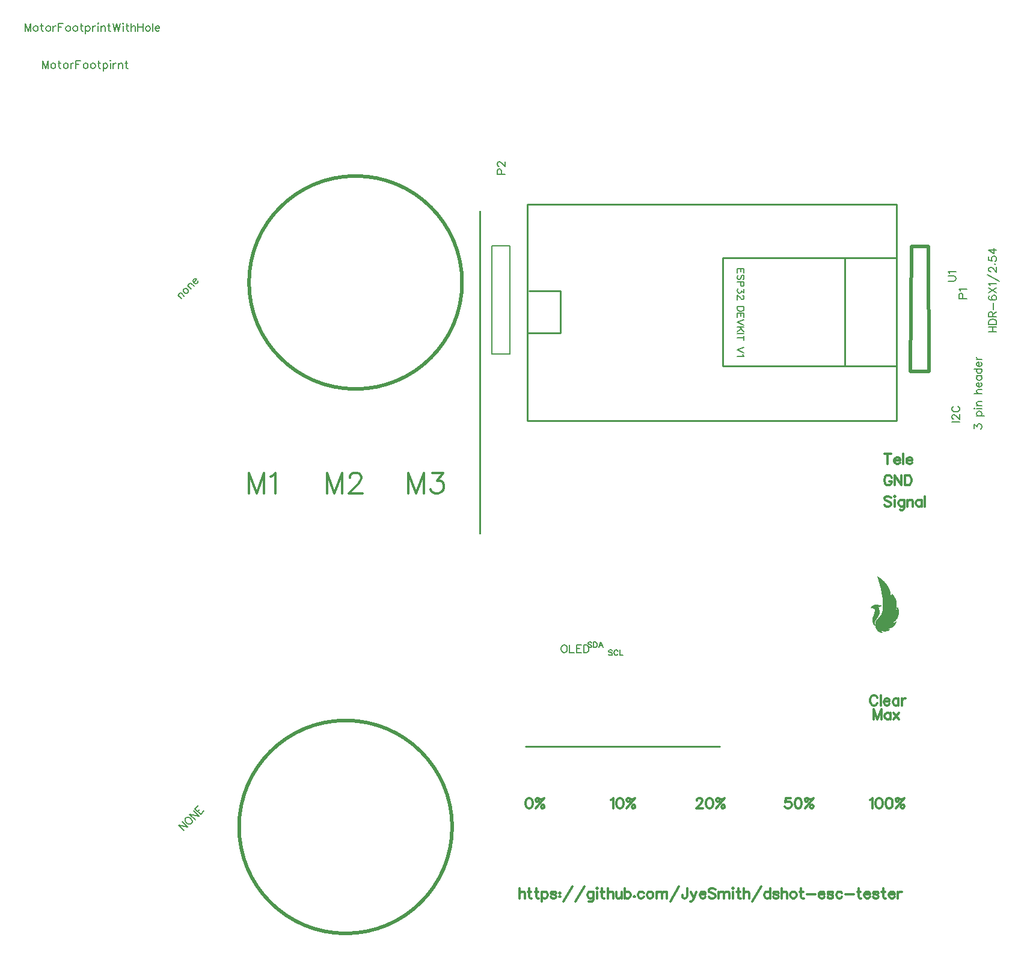
<source format=gto>
G04 Layer: TopSilkLayer*
G04 EasyEDA v6.1.48, Wed, 22 May 2019 01:04:44 GMT*
G04 0b5e94fe1834435c81e6262c9c592282,60a67b2131f5436da047494d80ae1115,10*
G04 Gerber Generator version 0.2*
G04 Scale: 100 percent, Rotated: No, Reflected: No *
G04 Dimensions in millimeters *
G04 leading zeros omitted , absolute positions ,3 integer and 3 decimal *
%FSLAX33Y33*%
%MOMM*%
G90*
G71D02*

%ADD10C,0.254000*%
%ADD11C,0.499999*%
%ADD23C,0.203200*%
%ADD24C,0.202999*%
%ADD25C,0.299999*%
%ADD26C,0.177800*%
%ADD27C,0.152400*%

%LPD*%

%LPD*%
G36*
G01X90997Y47111D02*
G01X90979Y47116D01*
G01X90972Y47108D01*
G01X90974Y47085D01*
G01X90983Y47048D01*
G01X91000Y46999D01*
G01X91019Y46947D01*
G01X91059Y46837D01*
G01X91078Y46782D01*
G01X91097Y46726D01*
G01X91116Y46668D01*
G01X91136Y46610D01*
G01X91155Y46552D01*
G01X91174Y46493D01*
G01X91193Y46433D01*
G01X91211Y46372D01*
G01X91230Y46312D01*
G01X91248Y46250D01*
G01X91285Y46126D01*
G01X91321Y46000D01*
G01X91338Y45937D01*
G01X91356Y45873D01*
G01X91372Y45809D01*
G01X91390Y45744D01*
G01X91406Y45679D01*
G01X91423Y45615D01*
G01X91456Y45484D01*
G01X91472Y45419D01*
G01X91487Y45354D01*
G01X91502Y45288D01*
G01X91532Y45158D01*
G01X91547Y45092D01*
G01X91561Y45027D01*
G01X91588Y44897D01*
G01X91615Y44768D01*
G01X91627Y44704D01*
G01X91640Y44640D01*
G01X91663Y44513D01*
G01X91685Y44387D01*
G01X91706Y44263D01*
G01X91715Y44202D01*
G01X91734Y44081D01*
G01X91742Y44022D01*
G01X91748Y43972D01*
G01X91754Y43919D01*
G01X91760Y43862D01*
G01X91765Y43802D01*
G01X91770Y43740D01*
G01X91774Y43674D01*
G01X91778Y43607D01*
G01X91781Y43539D01*
G01X91784Y43469D01*
G01X91787Y43398D01*
G01X91789Y43325D01*
G01X91791Y43253D01*
G01X91793Y43108D01*
G01X91793Y42964D01*
G01X91792Y42894D01*
G01X91791Y42825D01*
G01X91789Y42758D01*
G01X91787Y42693D01*
G01X91784Y42630D01*
G01X91781Y42570D01*
G01X91778Y42513D01*
G01X91774Y42459D01*
G01X91770Y42409D01*
G01X91765Y42362D01*
G01X91759Y42321D01*
G01X91753Y42283D01*
G01X91742Y42222D01*
G01X91730Y42163D01*
G01X91717Y42107D01*
G01X91703Y42053D01*
G01X91688Y42002D01*
G01X91672Y41952D01*
G01X91654Y41904D01*
G01X91635Y41857D01*
G01X91613Y41811D01*
G01X91590Y41765D01*
G01X91564Y41720D01*
G01X91537Y41674D01*
G01X91507Y41629D01*
G01X91474Y41582D01*
G01X91438Y41535D01*
G01X91400Y41486D01*
G01X91358Y41436D01*
G01X91314Y41384D01*
G01X91265Y41330D01*
G01X91213Y41273D01*
G01X91146Y41200D01*
G01X91087Y41132D01*
G01X91034Y41069D01*
G01X90986Y41009D01*
G01X90944Y40952D01*
G01X90906Y40896D01*
G01X90873Y40841D01*
G01X90843Y40785D01*
G01X90816Y40730D01*
G01X90792Y40672D01*
G01X90769Y40611D01*
G01X90748Y40546D01*
G01X90731Y40485D01*
G01X90719Y40422D01*
G01X90712Y40357D01*
G01X90708Y40290D01*
G01X90709Y40221D01*
G01X90714Y40151D01*
G01X90724Y40079D01*
G01X90737Y40006D01*
G01X90756Y39931D01*
G01X90779Y39856D01*
G01X90805Y39779D01*
G01X90836Y39702D01*
G01X90862Y39647D01*
G01X90893Y39593D01*
G01X90929Y39540D01*
G01X90968Y39489D01*
G01X91011Y39440D01*
G01X91057Y39393D01*
G01X91106Y39349D01*
G01X91157Y39308D01*
G01X91210Y39270D01*
G01X91265Y39235D01*
G01X91321Y39205D01*
G01X91378Y39178D01*
G01X91435Y39156D01*
G01X91492Y39139D01*
G01X91549Y39126D01*
G01X91605Y39119D01*
G01X91664Y39116D01*
G01X91716Y39117D01*
G01X91756Y39122D01*
G01X91779Y39129D01*
G01X91790Y39139D01*
G01X91798Y39147D01*
G01X91801Y39155D01*
G01X91800Y39159D01*
G01X91685Y39250D01*
G01X91609Y39313D01*
G01X91567Y39350D01*
G01X91557Y39365D01*
G01X91569Y39365D01*
G01X91595Y39360D01*
G01X91633Y39351D01*
G01X91677Y39338D01*
G01X91741Y39323D01*
G01X91826Y39312D01*
G01X91926Y39305D01*
G01X92037Y39302D01*
G01X92112Y39302D01*
G01X92173Y39303D01*
G01X92225Y39306D01*
G01X92271Y39311D01*
G01X92313Y39318D01*
G01X92355Y39329D01*
G01X92400Y39342D01*
G01X92450Y39360D01*
G01X92511Y39384D01*
G01X92575Y39415D01*
G01X92639Y39448D01*
G01X92699Y39483D01*
G01X92752Y39518D01*
G01X92793Y39550D01*
G01X92821Y39576D01*
G01X92831Y39595D01*
G01X92816Y39605D01*
G01X92775Y39616D01*
G01X92715Y39629D01*
G01X92567Y39651D01*
G01X92505Y39661D01*
G01X92462Y39669D01*
G01X92444Y39673D01*
G01X92452Y39678D01*
G01X92476Y39683D01*
G01X92514Y39689D01*
G01X92562Y39696D01*
G01X92627Y39705D01*
G01X92697Y39719D01*
G01X92770Y39736D01*
G01X92844Y39756D01*
G01X92917Y39778D01*
G01X92987Y39802D01*
G01X93052Y39826D01*
G01X93109Y39852D01*
G01X93159Y39879D01*
G01X93209Y39914D01*
G01X93260Y39955D01*
G01X93311Y40004D01*
G01X93362Y40060D01*
G01X93412Y40121D01*
G01X93461Y40188D01*
G01X93509Y40260D01*
G01X93547Y40323D01*
G01X93585Y40394D01*
G01X93623Y40470D01*
G01X93658Y40544D01*
G01X93688Y40612D01*
G01X93711Y40669D01*
G01X93724Y40711D01*
G01X93726Y40733D01*
G01X93702Y40727D01*
G01X93644Y40701D01*
G01X93560Y40658D01*
G01X93460Y40604D01*
G01X93356Y40547D01*
G01X93260Y40496D01*
G01X93184Y40459D01*
G01X93138Y40440D01*
G01X93094Y40427D01*
G01X93090Y40433D01*
G01X93136Y40470D01*
G01X93245Y40548D01*
G01X93298Y40588D01*
G01X93352Y40631D01*
G01X93404Y40677D01*
G01X93455Y40725D01*
G01X93506Y40776D01*
G01X93555Y40828D01*
G01X93603Y40882D01*
G01X93649Y40937D01*
G01X93693Y40994D01*
G01X93736Y41051D01*
G01X93775Y41110D01*
G01X93812Y41168D01*
G01X93847Y41226D01*
G01X93879Y41285D01*
G01X93907Y41343D01*
G01X93933Y41400D01*
G01X93951Y41449D01*
G01X93968Y41501D01*
G01X93983Y41557D01*
G01X93997Y41616D01*
G01X94009Y41677D01*
G01X94020Y41740D01*
G01X94029Y41804D01*
G01X94037Y41869D01*
G01X94042Y41935D01*
G01X94046Y42000D01*
G01X94048Y42065D01*
G01X94048Y42129D01*
G01X94046Y42191D01*
G01X94042Y42251D01*
G01X94036Y42308D01*
G01X94028Y42362D01*
G01X94017Y42413D01*
G01X94003Y42469D01*
G01X93987Y42527D01*
G01X93968Y42585D01*
G01X93949Y42640D01*
G01X93930Y42688D01*
G01X93912Y42728D01*
G01X93896Y42757D01*
G01X93879Y42773D01*
G01X93864Y42762D01*
G01X93843Y42714D01*
G01X93811Y42622D01*
G01X93790Y42560D01*
G01X93766Y42494D01*
G01X93739Y42425D01*
G01X93710Y42353D01*
G01X93680Y42280D01*
G01X93648Y42207D01*
G01X93615Y42134D01*
G01X93582Y42064D01*
G01X93550Y41996D01*
G01X93518Y41933D01*
G01X93487Y41874D01*
G01X93457Y41822D01*
G01X93420Y41759D01*
G01X93389Y41708D01*
G01X93366Y41673D01*
G01X93355Y41660D01*
G01X93359Y41676D01*
G01X93375Y41718D01*
G01X93402Y41780D01*
G01X93437Y41856D01*
G01X93468Y41924D01*
G01X93497Y41991D01*
G01X93525Y42058D01*
G01X93550Y42125D01*
G01X93575Y42191D01*
G01X93597Y42257D01*
G01X93618Y42322D01*
G01X93637Y42388D01*
G01X93655Y42453D01*
G01X93671Y42519D01*
G01X93685Y42584D01*
G01X93698Y42649D01*
G01X93709Y42715D01*
G01X93719Y42780D01*
G01X93727Y42846D01*
G01X93734Y42912D01*
G01X93739Y42979D01*
G01X93742Y43045D01*
G01X93744Y43112D01*
G01X93745Y43179D01*
G01X93744Y43243D01*
G01X93742Y43305D01*
G01X93738Y43365D01*
G01X93733Y43424D01*
G01X93726Y43480D01*
G01X93718Y43536D01*
G01X93708Y43590D01*
G01X93696Y43643D01*
G01X93682Y43695D01*
G01X93666Y43747D01*
G01X93648Y43797D01*
G01X93628Y43848D01*
G01X93607Y43898D01*
G01X93583Y43948D01*
G01X93556Y43998D01*
G01X93528Y44048D01*
G01X93497Y44099D01*
G01X93464Y44150D01*
G01X93428Y44202D01*
G01X93390Y44254D01*
G01X93349Y44307D01*
G01X93305Y44362D01*
G01X93259Y44418D01*
G01X93209Y44475D01*
G01X93066Y44640D01*
G01X93066Y44154D01*
G01X93065Y44065D01*
G01X93065Y43985D01*
G01X93064Y43913D01*
G01X93062Y43847D01*
G01X93061Y43788D01*
G01X93058Y43734D01*
G01X93055Y43685D01*
G01X93051Y43640D01*
G01X93047Y43598D01*
G01X93042Y43560D01*
G01X93037Y43524D01*
G01X93031Y43490D01*
G01X93014Y43411D01*
G01X92992Y43322D01*
G01X92969Y43232D01*
G01X92945Y43145D01*
G01X92922Y43067D01*
G01X92902Y43006D01*
G01X92886Y42967D01*
G01X92877Y42956D01*
G01X92876Y42971D01*
G01X92878Y43007D01*
G01X92884Y43057D01*
G01X92893Y43117D01*
G01X92896Y43142D01*
G01X92899Y43176D01*
G01X92903Y43217D01*
G01X92907Y43266D01*
G01X92910Y43320D01*
G01X92913Y43380D01*
G01X92916Y43444D01*
G01X92919Y43511D01*
G01X92921Y43582D01*
G01X92924Y43654D01*
G01X92926Y43727D01*
G01X92927Y43800D01*
G01X92929Y43880D01*
G01X92929Y44104D01*
G01X92927Y44174D01*
G01X92925Y44242D01*
G01X92923Y44308D01*
G01X92919Y44373D01*
G01X92915Y44435D01*
G01X92910Y44496D01*
G01X92904Y44555D01*
G01X92897Y44613D01*
G01X92890Y44670D01*
G01X92882Y44725D01*
G01X92872Y44779D01*
G01X92862Y44832D01*
G01X92850Y44884D01*
G01X92838Y44935D01*
G01X92825Y44986D01*
G01X92811Y45035D01*
G01X92795Y45085D01*
G01X92761Y45181D01*
G01X92742Y45229D01*
G01X92722Y45277D01*
G01X92678Y45373D01*
G01X92654Y45421D01*
G01X92629Y45469D01*
G01X92603Y45518D01*
G01X92575Y45566D01*
G01X92546Y45616D01*
G01X92516Y45666D01*
G01X92484Y45717D01*
G01X92451Y45768D01*
G01X92416Y45821D01*
G01X92384Y45868D01*
G01X92350Y45915D01*
G01X92315Y45963D01*
G01X92278Y46011D01*
G01X92240Y46059D01*
G01X92200Y46107D01*
G01X92116Y46203D01*
G01X92028Y46299D01*
G01X91982Y46346D01*
G01X91935Y46393D01*
G01X91839Y46487D01*
G01X91790Y46533D01*
G01X91740Y46578D01*
G01X91638Y46666D01*
G01X91587Y46709D01*
G01X91535Y46751D01*
G01X91483Y46792D01*
G01X91431Y46832D01*
G01X91379Y46871D01*
G01X91326Y46908D01*
G01X91222Y46980D01*
G01X91170Y47014D01*
G01X91118Y47046D01*
G01X91071Y47073D01*
G01X91029Y47095D01*
G01X90997Y47111D01*
G37*

%LPD*%
G36*
G01X90800Y43056D02*
G01X90728Y43056D01*
G01X90665Y43053D01*
G01X90613Y43049D01*
G01X90574Y43043D01*
G01X90483Y43016D01*
G01X90397Y42982D01*
G01X90320Y42943D01*
G01X90256Y42901D01*
G01X90187Y42836D01*
G01X90120Y42756D01*
G01X90069Y42678D01*
G01X90049Y42625D01*
G01X90058Y42613D01*
G01X90088Y42602D01*
G01X90134Y42592D01*
G01X90198Y42584D01*
G01X90272Y42576D01*
G01X90336Y42566D01*
G01X90390Y42554D01*
G01X90438Y42540D01*
G01X90479Y42522D01*
G01X90515Y42502D01*
G01X90548Y42477D01*
G01X90578Y42448D01*
G01X90613Y42406D01*
G01X90634Y42368D01*
G01X90644Y42326D01*
G01X90646Y42270D01*
G01X90645Y42233D01*
G01X90642Y42194D01*
G01X90637Y42153D01*
G01X90629Y42108D01*
G01X90619Y42060D01*
G01X90606Y42007D01*
G01X90590Y41949D01*
G01X90571Y41885D01*
G01X90548Y41815D01*
G01X90522Y41736D01*
G01X90492Y41650D01*
G01X90458Y41555D01*
G01X90433Y41483D01*
G01X90408Y41410D01*
G01X90385Y41339D01*
G01X90364Y41272D01*
G01X90346Y41210D01*
G01X90331Y41156D01*
G01X90319Y41111D01*
G01X90312Y41077D01*
G01X90306Y41029D01*
G01X90303Y40981D01*
G01X90302Y40931D01*
G01X90304Y40880D01*
G01X90309Y40828D01*
G01X90317Y40775D01*
G01X90327Y40722D01*
G01X90341Y40668D01*
G01X90356Y40612D01*
G01X90376Y40557D01*
G01X90397Y40500D01*
G01X90421Y40443D01*
G01X90448Y40385D01*
G01X90478Y40326D01*
G01X90511Y40267D01*
G01X90546Y40208D01*
G01X90581Y40152D01*
G01X90612Y40106D01*
G01X90636Y40075D01*
G01X90649Y40064D01*
G01X90653Y40078D01*
G01X90655Y40117D01*
G01X90655Y40176D01*
G01X90652Y40247D01*
G01X90649Y40310D01*
G01X90649Y40369D01*
G01X90652Y40427D01*
G01X90657Y40483D01*
G01X90665Y40538D01*
G01X90676Y40592D01*
G01X90690Y40645D01*
G01X90707Y40699D01*
G01X90728Y40752D01*
G01X90752Y40806D01*
G01X90780Y40861D01*
G01X90812Y40918D01*
G01X90847Y40976D01*
G01X90886Y41036D01*
G01X90930Y41099D01*
G01X91025Y41230D01*
G01X91070Y41294D01*
G01X91111Y41356D01*
G01X91148Y41417D01*
G01X91182Y41477D01*
G01X91213Y41535D01*
G01X91240Y41593D01*
G01X91265Y41650D01*
G01X91286Y41706D01*
G01X91303Y41761D01*
G01X91318Y41816D01*
G01X91329Y41872D01*
G01X91338Y41926D01*
G01X91343Y41981D01*
G01X91346Y42036D01*
G01X91346Y42092D01*
G01X91342Y42148D01*
G01X91336Y42204D01*
G01X91328Y42262D01*
G01X91316Y42320D01*
G01X91299Y42385D01*
G01X91276Y42456D01*
G01X91251Y42528D01*
G01X91225Y42589D01*
G01X91164Y42719D01*
G01X91263Y42734D01*
G01X91331Y42748D01*
G01X91399Y42772D01*
G01X91463Y42803D01*
G01X91521Y42838D01*
G01X91568Y42874D01*
G01X91599Y42909D01*
G01X91613Y42941D01*
G01X91604Y42967D01*
G01X91585Y42978D01*
G01X91551Y42988D01*
G01X91504Y42999D01*
G01X91444Y43009D01*
G01X91375Y43018D01*
G01X91299Y43027D01*
G01X91218Y43035D01*
G01X91133Y43042D01*
G01X91047Y43048D01*
G01X90961Y43052D01*
G01X90878Y43055D01*
G01X90800Y43056D01*
G37*

%LPD*%
G54D11*
G01X95801Y93500D02*
G01X95700Y75900D01*
G01X98300Y75900D01*
G01X98198Y93500D01*
G01X95801Y93500D01*
G54D10*
G01X41499Y23063D02*
G01X68499Y23063D01*
G01X68499Y23063D02*
G01X68799Y23063D01*
G01X69279Y91920D02*
G01X69279Y76680D01*
G01X93750Y76680D01*
G01X93750Y91920D01*
G01X69279Y91920D01*
G01X86424Y76680D02*
G01X86424Y91920D01*
G01X41750Y99500D02*
G01X93749Y99500D01*
G01X41750Y69000D02*
G01X41750Y99500D01*
G01X93749Y69000D02*
G01X93749Y99500D01*
G01X41750Y69000D02*
G01X93749Y69000D01*
G01X42000Y87250D02*
G01X46375Y87250D01*
G01X46375Y81375D01*
G01X41750Y81375D01*
G54D23*
G01X36730Y80285D02*
G01X36730Y78380D01*
G01X39270Y78380D01*
G01X39270Y93620D01*
G01X36730Y93620D01*
G54D24*
G01X36730Y93620D02*
G01X36730Y80285D01*
G54D25*
G01X40600Y3125D02*
G01X40600Y1695D01*
G01X40600Y2376D02*
G01X40805Y2582D01*
G01X40942Y2648D01*
G01X41146Y2648D01*
G01X41283Y2582D01*
G01X41351Y2376D01*
G01X41351Y1695D01*
G01X42004Y3125D02*
G01X42004Y1967D01*
G01X42073Y1761D01*
G01X42210Y1695D01*
G01X42347Y1695D01*
G01X41801Y2648D02*
G01X42278Y2648D01*
G01X43000Y3125D02*
G01X43000Y1967D01*
G01X43068Y1761D01*
G01X43206Y1695D01*
G01X43340Y1695D01*
G01X42797Y2648D02*
G01X43274Y2648D01*
G01X43792Y2648D02*
G01X43792Y1218D01*
G01X43792Y2445D02*
G01X43927Y2582D01*
G01X44064Y2648D01*
G01X44270Y2648D01*
G01X44404Y2582D01*
G01X44542Y2445D01*
G01X44610Y2239D01*
G01X44610Y2104D01*
G01X44542Y1899D01*
G01X44404Y1761D01*
G01X44270Y1695D01*
G01X44064Y1695D01*
G01X43927Y1761D01*
G01X43792Y1899D01*
G01X45809Y2445D02*
G01X45740Y2582D01*
G01X45537Y2648D01*
G01X45332Y2648D01*
G01X45128Y2582D01*
G01X45060Y2445D01*
G01X45128Y2307D01*
G01X45263Y2239D01*
G01X45606Y2170D01*
G01X45740Y2104D01*
G01X45809Y1967D01*
G01X45809Y1899D01*
G01X45740Y1761D01*
G01X45537Y1695D01*
G01X45332Y1695D01*
G01X45128Y1761D01*
G01X45060Y1899D01*
G01X46327Y2513D02*
G01X46259Y2445D01*
G01X46327Y2376D01*
G01X46396Y2445D01*
G01X46327Y2513D01*
G01X46327Y2036D02*
G01X46259Y1967D01*
G01X46327Y1899D01*
G01X46396Y1967D01*
G01X46327Y2036D01*
G01X48072Y3400D02*
G01X46845Y1218D01*
G01X49751Y3400D02*
G01X48524Y1218D01*
G01X51019Y2648D02*
G01X51019Y1558D01*
G01X50950Y1352D01*
G01X50881Y1286D01*
G01X50747Y1218D01*
G01X50541Y1218D01*
G01X50404Y1286D01*
G01X51019Y2445D02*
G01X50881Y2582D01*
G01X50747Y2648D01*
G01X50541Y2648D01*
G01X50404Y2582D01*
G01X50269Y2445D01*
G01X50201Y2239D01*
G01X50201Y2104D01*
G01X50269Y1899D01*
G01X50404Y1761D01*
G01X50541Y1695D01*
G01X50747Y1695D01*
G01X50881Y1761D01*
G01X51019Y1899D01*
G01X51468Y3125D02*
G01X51537Y3057D01*
G01X51605Y3125D01*
G01X51537Y3194D01*
G01X51468Y3125D01*
G01X51537Y2648D02*
G01X51537Y1695D01*
G01X52261Y3125D02*
G01X52261Y1967D01*
G01X52327Y1761D01*
G01X52464Y1695D01*
G01X52601Y1695D01*
G01X52055Y2648D02*
G01X52532Y2648D01*
G01X53051Y3125D02*
G01X53051Y1695D01*
G01X53051Y2376D02*
G01X53254Y2582D01*
G01X53391Y2648D01*
G01X53597Y2648D01*
G01X53731Y2582D01*
G01X53800Y2376D01*
G01X53800Y1695D01*
G01X54249Y2648D02*
G01X54249Y1967D01*
G01X54318Y1761D01*
G01X54455Y1695D01*
G01X54658Y1695D01*
G01X54796Y1761D01*
G01X55001Y1967D01*
G01X55001Y2648D02*
G01X55001Y1695D01*
G01X55451Y3125D02*
G01X55451Y1695D01*
G01X55451Y2445D02*
G01X55586Y2582D01*
G01X55723Y2648D01*
G01X55928Y2648D01*
G01X56063Y2582D01*
G01X56200Y2445D01*
G01X56269Y2239D01*
G01X56269Y2104D01*
G01X56200Y1899D01*
G01X56063Y1761D01*
G01X55928Y1695D01*
G01X55723Y1695D01*
G01X55586Y1761D01*
G01X55451Y1899D01*
G01X56787Y2036D02*
G01X56718Y1967D01*
G01X56787Y1899D01*
G01X56856Y1967D01*
G01X56787Y2036D01*
G01X58123Y2445D02*
G01X57986Y2582D01*
G01X57851Y2648D01*
G01X57645Y2648D01*
G01X57508Y2582D01*
G01X57374Y2445D01*
G01X57305Y2239D01*
G01X57305Y2104D01*
G01X57374Y1899D01*
G01X57508Y1761D01*
G01X57645Y1695D01*
G01X57851Y1695D01*
G01X57986Y1761D01*
G01X58123Y1899D01*
G01X58913Y2648D02*
G01X58778Y2582D01*
G01X58641Y2445D01*
G01X58573Y2239D01*
G01X58573Y2104D01*
G01X58641Y1899D01*
G01X58778Y1761D01*
G01X58913Y1695D01*
G01X59119Y1695D01*
G01X59256Y1761D01*
G01X59390Y1899D01*
G01X59459Y2104D01*
G01X59459Y2239D01*
G01X59390Y2445D01*
G01X59256Y2582D01*
G01X59119Y2648D01*
G01X58913Y2648D01*
G01X59909Y2648D02*
G01X59909Y1695D01*
G01X59909Y2376D02*
G01X60114Y2582D01*
G01X60252Y2648D01*
G01X60455Y2648D01*
G01X60592Y2582D01*
G01X60660Y2376D01*
G01X60660Y1695D01*
G01X60660Y2376D02*
G01X60864Y2582D01*
G01X61001Y2648D01*
G01X61204Y2648D01*
G01X61341Y2582D01*
G01X61410Y2376D01*
G01X61410Y1695D01*
G01X63086Y3400D02*
G01X61859Y1218D01*
G01X64219Y3125D02*
G01X64219Y2036D01*
G01X64150Y1830D01*
G01X64082Y1761D01*
G01X63945Y1695D01*
G01X63810Y1695D01*
G01X63673Y1761D01*
G01X63604Y1830D01*
G01X63536Y2036D01*
G01X63536Y2170D01*
G01X64737Y2648D02*
G01X65146Y1695D01*
G01X65555Y2648D02*
G01X65146Y1695D01*
G01X65009Y1421D01*
G01X64874Y1286D01*
G01X64737Y1218D01*
G01X64669Y1218D01*
G01X66005Y2239D02*
G01X66822Y2239D01*
G01X66822Y2376D01*
G01X66754Y2513D01*
G01X66688Y2582D01*
G01X66551Y2648D01*
G01X66345Y2648D01*
G01X66210Y2582D01*
G01X66073Y2445D01*
G01X66005Y2239D01*
G01X66005Y2104D01*
G01X66073Y1899D01*
G01X66210Y1761D01*
G01X66345Y1695D01*
G01X66551Y1695D01*
G01X66688Y1761D01*
G01X66822Y1899D01*
G01X68227Y2922D02*
G01X68092Y3057D01*
G01X67887Y3125D01*
G01X67615Y3125D01*
G01X67409Y3057D01*
G01X67272Y2922D01*
G01X67272Y2785D01*
G01X67341Y2648D01*
G01X67409Y2582D01*
G01X67546Y2513D01*
G01X67955Y2376D01*
G01X68092Y2307D01*
G01X68159Y2239D01*
G01X68227Y2104D01*
G01X68227Y1899D01*
G01X68092Y1761D01*
G01X67887Y1695D01*
G01X67615Y1695D01*
G01X67409Y1761D01*
G01X67272Y1899D01*
G01X68677Y2648D02*
G01X68677Y1695D01*
G01X68677Y2376D02*
G01X68882Y2582D01*
G01X69020Y2648D01*
G01X69223Y2648D01*
G01X69360Y2582D01*
G01X69429Y2376D01*
G01X69429Y1695D01*
G01X69429Y2376D02*
G01X69632Y2582D01*
G01X69769Y2648D01*
G01X69972Y2648D01*
G01X70109Y2582D01*
G01X70178Y2376D01*
G01X70178Y1695D01*
G01X70627Y3125D02*
G01X70696Y3057D01*
G01X70765Y3125D01*
G01X70696Y3194D01*
G01X70627Y3125D01*
G01X70696Y2648D02*
G01X70696Y1695D01*
G01X71417Y3125D02*
G01X71417Y1967D01*
G01X71486Y1761D01*
G01X71623Y1695D01*
G01X71760Y1695D01*
G01X71214Y2648D02*
G01X71692Y2648D01*
G01X72210Y3125D02*
G01X72210Y1695D01*
G01X72210Y2376D02*
G01X72413Y2582D01*
G01X72550Y2648D01*
G01X72756Y2648D01*
G01X72891Y2582D01*
G01X72959Y2376D01*
G01X72959Y1695D01*
G01X74636Y3400D02*
G01X73409Y1218D01*
G01X75906Y3125D02*
G01X75906Y1695D01*
G01X75906Y2445D02*
G01X75768Y2582D01*
G01X75631Y2648D01*
G01X75428Y2648D01*
G01X75291Y2582D01*
G01X75154Y2445D01*
G01X75088Y2239D01*
G01X75088Y2104D01*
G01X75154Y1899D01*
G01X75291Y1761D01*
G01X75428Y1695D01*
G01X75631Y1695D01*
G01X75768Y1761D01*
G01X75906Y1899D01*
G01X77104Y2445D02*
G01X77036Y2582D01*
G01X76833Y2648D01*
G01X76627Y2648D01*
G01X76424Y2582D01*
G01X76355Y2445D01*
G01X76424Y2307D01*
G01X76558Y2239D01*
G01X76901Y2170D01*
G01X77036Y2104D01*
G01X77104Y1967D01*
G01X77104Y1899D01*
G01X77036Y1761D01*
G01X76833Y1695D01*
G01X76627Y1695D01*
G01X76424Y1761D01*
G01X76355Y1899D01*
G01X77554Y3125D02*
G01X77554Y1695D01*
G01X77554Y2376D02*
G01X77760Y2582D01*
G01X77897Y2648D01*
G01X78100Y2648D01*
G01X78237Y2582D01*
G01X78306Y2376D01*
G01X78306Y1695D01*
G01X79096Y2648D02*
G01X78959Y2582D01*
G01X78824Y2445D01*
G01X78755Y2239D01*
G01X78755Y2104D01*
G01X78824Y1899D01*
G01X78959Y1761D01*
G01X79096Y1695D01*
G01X79302Y1695D01*
G01X79436Y1761D01*
G01X79573Y1899D01*
G01X79642Y2104D01*
G01X79642Y2239D01*
G01X79573Y2445D01*
G01X79436Y2582D01*
G01X79302Y2648D01*
G01X79096Y2648D01*
G01X80295Y3125D02*
G01X80295Y1967D01*
G01X80363Y1761D01*
G01X80500Y1695D01*
G01X80638Y1695D01*
G01X80091Y2648D02*
G01X80569Y2648D01*
G01X81087Y2307D02*
G01X82314Y2307D01*
G01X82764Y2239D02*
G01X83581Y2239D01*
G01X83581Y2376D01*
G01X83513Y2513D01*
G01X83447Y2582D01*
G01X83310Y2648D01*
G01X83104Y2648D01*
G01X82969Y2582D01*
G01X82832Y2445D01*
G01X82764Y2239D01*
G01X82764Y2104D01*
G01X82832Y1899D01*
G01X82969Y1761D01*
G01X83104Y1695D01*
G01X83310Y1695D01*
G01X83447Y1761D01*
G01X83581Y1899D01*
G01X84783Y2445D02*
G01X84714Y2582D01*
G01X84509Y2648D01*
G01X84305Y2648D01*
G01X84100Y2582D01*
G01X84031Y2445D01*
G01X84100Y2307D01*
G01X84237Y2239D01*
G01X84577Y2170D01*
G01X84714Y2104D01*
G01X84783Y1967D01*
G01X84783Y1899D01*
G01X84714Y1761D01*
G01X84509Y1695D01*
G01X84305Y1695D01*
G01X84100Y1761D01*
G01X84031Y1899D01*
G01X86050Y2445D02*
G01X85913Y2582D01*
G01X85779Y2648D01*
G01X85573Y2648D01*
G01X85436Y2582D01*
G01X85301Y2445D01*
G01X85232Y2239D01*
G01X85232Y2104D01*
G01X85301Y1899D01*
G01X85436Y1761D01*
G01X85573Y1695D01*
G01X85779Y1695D01*
G01X85913Y1761D01*
G01X86050Y1899D01*
G01X86500Y2307D02*
G01X87727Y2307D01*
G01X88382Y3125D02*
G01X88382Y1967D01*
G01X88451Y1761D01*
G01X88588Y1695D01*
G01X88722Y1695D01*
G01X88179Y2648D02*
G01X88654Y2648D01*
G01X89172Y2239D02*
G01X89992Y2239D01*
G01X89992Y2376D01*
G01X89924Y2513D01*
G01X89855Y2582D01*
G01X89718Y2648D01*
G01X89515Y2648D01*
G01X89378Y2582D01*
G01X89241Y2445D01*
G01X89172Y2239D01*
G01X89172Y2104D01*
G01X89241Y1899D01*
G01X89378Y1761D01*
G01X89515Y1695D01*
G01X89718Y1695D01*
G01X89855Y1761D01*
G01X89992Y1899D01*
G01X91191Y2445D02*
G01X91123Y2582D01*
G01X90919Y2648D01*
G01X90714Y2648D01*
G01X90511Y2582D01*
G01X90442Y2445D01*
G01X90511Y2307D01*
G01X90645Y2239D01*
G01X90986Y2170D01*
G01X91123Y2104D01*
G01X91191Y1967D01*
G01X91191Y1899D01*
G01X91123Y1761D01*
G01X90919Y1695D01*
G01X90714Y1695D01*
G01X90511Y1761D01*
G01X90442Y1899D01*
G01X91847Y3125D02*
G01X91847Y1967D01*
G01X91915Y1761D01*
G01X92050Y1695D01*
G01X92187Y1695D01*
G01X91641Y2648D02*
G01X92118Y2648D01*
G01X92637Y2239D02*
G01X93454Y2239D01*
G01X93454Y2376D01*
G01X93386Y2513D01*
G01X93320Y2582D01*
G01X93183Y2648D01*
G01X92977Y2648D01*
G01X92842Y2582D01*
G01X92705Y2445D01*
G01X92637Y2239D01*
G01X92637Y2104D01*
G01X92705Y1899D01*
G01X92842Y1761D01*
G01X92977Y1695D01*
G01X93183Y1695D01*
G01X93320Y1761D01*
G01X93454Y1899D01*
G01X93904Y2648D02*
G01X93904Y1695D01*
G01X93904Y2239D02*
G01X93973Y2445D01*
G01X94110Y2582D01*
G01X94247Y2648D01*
G01X94450Y2648D01*
G54D26*
G01X-29000Y124948D02*
G01X-29000Y123856D01*
G01X-29000Y124948D02*
G01X-28583Y123856D01*
G01X-28167Y124948D02*
G01X-28583Y123856D01*
G01X-28167Y124948D02*
G01X-28167Y123856D01*
G01X-27565Y124585D02*
G01X-27669Y124532D01*
G01X-27773Y124428D01*
G01X-27824Y124273D01*
G01X-27824Y124169D01*
G01X-27773Y124014D01*
G01X-27669Y123910D01*
G01X-27565Y123856D01*
G01X-27410Y123856D01*
G01X-27306Y123910D01*
G01X-27202Y124014D01*
G01X-27151Y124169D01*
G01X-27151Y124273D01*
G01X-27202Y124428D01*
G01X-27306Y124532D01*
G01X-27410Y124585D01*
G01X-27565Y124585D01*
G01X-26651Y124948D02*
G01X-26651Y124065D01*
G01X-26600Y123910D01*
G01X-26496Y123856D01*
G01X-26391Y123856D01*
G01X-26808Y124585D02*
G01X-26442Y124585D01*
G01X-25789Y124585D02*
G01X-25894Y124532D01*
G01X-25995Y124428D01*
G01X-26049Y124273D01*
G01X-26049Y124169D01*
G01X-25995Y124014D01*
G01X-25894Y123910D01*
G01X-25789Y123856D01*
G01X-25632Y123856D01*
G01X-25528Y123910D01*
G01X-25424Y124014D01*
G01X-25373Y124169D01*
G01X-25373Y124273D01*
G01X-25424Y124428D01*
G01X-25528Y124532D01*
G01X-25632Y124585D01*
G01X-25789Y124585D01*
G01X-25030Y124585D02*
G01X-25030Y123856D01*
G01X-25030Y124273D02*
G01X-24979Y124428D01*
G01X-24875Y124532D01*
G01X-24771Y124585D01*
G01X-24613Y124585D01*
G01X-24271Y124948D02*
G01X-24271Y123856D01*
G01X-24271Y124948D02*
G01X-23595Y124948D01*
G01X-24271Y124428D02*
G01X-23857Y124428D01*
G01X-22993Y124585D02*
G01X-23097Y124532D01*
G01X-23201Y124428D01*
G01X-23252Y124273D01*
G01X-23252Y124169D01*
G01X-23201Y124014D01*
G01X-23097Y123910D01*
G01X-22993Y123856D01*
G01X-22838Y123856D01*
G01X-22734Y123910D01*
G01X-22630Y124014D01*
G01X-22579Y124169D01*
G01X-22579Y124273D01*
G01X-22630Y124428D01*
G01X-22734Y124532D01*
G01X-22838Y124585D01*
G01X-22993Y124585D01*
G01X-21974Y124585D02*
G01X-22079Y124532D01*
G01X-22183Y124428D01*
G01X-22236Y124273D01*
G01X-22236Y124169D01*
G01X-22183Y124014D01*
G01X-22079Y123910D01*
G01X-21974Y123856D01*
G01X-21819Y123856D01*
G01X-21715Y123910D01*
G01X-21611Y124014D01*
G01X-21560Y124169D01*
G01X-21560Y124273D01*
G01X-21611Y124428D01*
G01X-21715Y124532D01*
G01X-21819Y124585D01*
G01X-21974Y124585D01*
G01X-21060Y124948D02*
G01X-21060Y124065D01*
G01X-21009Y123910D01*
G01X-20905Y123856D01*
G01X-20801Y123856D01*
G01X-21217Y124585D02*
G01X-20852Y124585D01*
G01X-20458Y124585D02*
G01X-20458Y123493D01*
G01X-20458Y124428D02*
G01X-20354Y124532D01*
G01X-20250Y124585D01*
G01X-20095Y124585D01*
G01X-19991Y124532D01*
G01X-19887Y124428D01*
G01X-19836Y124273D01*
G01X-19836Y124169D01*
G01X-19887Y124014D01*
G01X-19991Y123910D01*
G01X-20095Y123856D01*
G01X-20250Y123856D01*
G01X-20354Y123910D01*
G01X-20458Y124014D01*
G01X-19493Y124585D02*
G01X-19493Y123856D01*
G01X-19493Y124273D02*
G01X-19439Y124428D01*
G01X-19335Y124532D01*
G01X-19231Y124585D01*
G01X-19076Y124585D01*
G01X-18733Y124948D02*
G01X-18680Y124895D01*
G01X-18629Y124948D01*
G01X-18680Y124999D01*
G01X-18733Y124948D01*
G01X-18680Y124585D02*
G01X-18680Y123856D01*
G01X-18286Y124585D02*
G01X-18286Y123856D01*
G01X-18286Y124377D02*
G01X-18131Y124532D01*
G01X-18027Y124585D01*
G01X-17870Y124585D01*
G01X-17766Y124532D01*
G01X-17715Y124377D01*
G01X-17715Y123856D01*
G01X-17217Y124948D02*
G01X-17217Y124065D01*
G01X-17164Y123910D01*
G01X-17060Y123856D01*
G01X-16955Y123856D01*
G01X-17372Y124585D02*
G01X-17009Y124585D01*
G01X-16612Y124948D02*
G01X-16353Y123856D01*
G01X-16094Y124948D02*
G01X-16353Y123856D01*
G01X-16094Y124948D02*
G01X-15835Y123856D01*
G01X-15574Y124948D02*
G01X-15835Y123856D01*
G01X-15231Y124948D02*
G01X-15180Y124895D01*
G01X-15127Y124948D01*
G01X-15180Y124999D01*
G01X-15231Y124948D01*
G01X-15180Y124585D02*
G01X-15180Y123856D01*
G01X-14629Y124948D02*
G01X-14629Y124065D01*
G01X-14578Y123910D01*
G01X-14474Y123856D01*
G01X-14370Y123856D01*
G01X-14784Y124585D02*
G01X-14420Y124585D01*
G01X-14027Y124948D02*
G01X-14027Y123856D01*
G01X-14027Y124377D02*
G01X-13869Y124532D01*
G01X-13765Y124585D01*
G01X-13610Y124585D01*
G01X-13506Y124532D01*
G01X-13455Y124377D01*
G01X-13455Y123856D01*
G01X-13112Y124948D02*
G01X-13112Y123856D01*
G01X-12383Y124948D02*
G01X-12383Y123856D01*
G01X-13112Y124428D02*
G01X-12383Y124428D01*
G01X-11781Y124585D02*
G01X-11886Y124532D01*
G01X-11990Y124428D01*
G01X-12040Y124273D01*
G01X-12040Y124169D01*
G01X-11990Y124014D01*
G01X-11886Y123910D01*
G01X-11781Y123856D01*
G01X-11626Y123856D01*
G01X-11522Y123910D01*
G01X-11418Y124014D01*
G01X-11365Y124169D01*
G01X-11365Y124273D01*
G01X-11418Y124428D01*
G01X-11522Y124532D01*
G01X-11626Y124585D01*
G01X-11781Y124585D01*
G01X-11022Y124948D02*
G01X-11022Y123856D01*
G01X-10679Y124273D02*
G01X-10057Y124273D01*
G01X-10057Y124377D01*
G01X-10108Y124481D01*
G01X-10161Y124532D01*
G01X-10265Y124585D01*
G01X-10420Y124585D01*
G01X-10524Y124532D01*
G01X-10628Y124428D01*
G01X-10679Y124273D01*
G01X-10679Y124169D01*
G01X-10628Y124014D01*
G01X-10524Y123910D01*
G01X-10420Y123856D01*
G01X-10265Y123856D01*
G01X-10161Y123910D01*
G01X-10057Y124014D01*
G01X-26540Y119713D02*
G01X-26540Y118621D01*
G01X-26540Y119713D02*
G01X-26124Y118621D01*
G01X-25710Y119713D02*
G01X-26124Y118621D01*
G01X-25710Y119713D02*
G01X-25710Y118621D01*
G01X-25105Y119350D02*
G01X-25209Y119297D01*
G01X-25313Y119193D01*
G01X-25367Y119038D01*
G01X-25367Y118934D01*
G01X-25313Y118779D01*
G01X-25209Y118674D01*
G01X-25105Y118621D01*
G01X-24950Y118621D01*
G01X-24846Y118674D01*
G01X-24742Y118779D01*
G01X-24691Y118934D01*
G01X-24691Y119038D01*
G01X-24742Y119193D01*
G01X-24846Y119297D01*
G01X-24950Y119350D01*
G01X-25105Y119350D01*
G01X-24191Y119713D02*
G01X-24191Y118829D01*
G01X-24140Y118674D01*
G01X-24036Y118621D01*
G01X-23932Y118621D01*
G01X-24348Y119350D02*
G01X-23985Y119350D01*
G01X-23330Y119350D02*
G01X-23434Y119297D01*
G01X-23538Y119193D01*
G01X-23589Y119038D01*
G01X-23589Y118934D01*
G01X-23538Y118779D01*
G01X-23434Y118674D01*
G01X-23330Y118621D01*
G01X-23175Y118621D01*
G01X-23071Y118674D01*
G01X-22966Y118779D01*
G01X-22913Y118934D01*
G01X-22913Y119038D01*
G01X-22966Y119193D01*
G01X-23071Y119297D01*
G01X-23175Y119350D01*
G01X-23330Y119350D01*
G01X-22570Y119350D02*
G01X-22570Y118621D01*
G01X-22570Y119038D02*
G01X-22519Y119193D01*
G01X-22415Y119297D01*
G01X-22311Y119350D01*
G01X-22156Y119350D01*
G01X-21813Y119713D02*
G01X-21813Y118621D01*
G01X-21813Y119713D02*
G01X-21138Y119713D01*
G01X-21813Y119193D02*
G01X-21397Y119193D01*
G01X-20533Y119350D02*
G01X-20637Y119297D01*
G01X-20741Y119193D01*
G01X-20795Y119038D01*
G01X-20795Y118934D01*
G01X-20741Y118779D01*
G01X-20637Y118674D01*
G01X-20533Y118621D01*
G01X-20378Y118621D01*
G01X-20274Y118674D01*
G01X-20170Y118779D01*
G01X-20119Y118934D01*
G01X-20119Y119038D01*
G01X-20170Y119193D01*
G01X-20274Y119297D01*
G01X-20378Y119350D01*
G01X-20533Y119350D01*
G01X-19517Y119350D02*
G01X-19619Y119297D01*
G01X-19723Y119193D01*
G01X-19776Y119038D01*
G01X-19776Y118934D01*
G01X-19723Y118779D01*
G01X-19619Y118674D01*
G01X-19517Y118621D01*
G01X-19360Y118621D01*
G01X-19255Y118674D01*
G01X-19151Y118779D01*
G01X-19101Y118934D01*
G01X-19101Y119038D01*
G01X-19151Y119193D01*
G01X-19255Y119297D01*
G01X-19360Y119350D01*
G01X-19517Y119350D01*
G01X-18603Y119713D02*
G01X-18603Y118829D01*
G01X-18549Y118674D01*
G01X-18445Y118621D01*
G01X-18341Y118621D01*
G01X-18758Y119350D02*
G01X-18394Y119350D01*
G01X-17998Y119350D02*
G01X-17998Y118258D01*
G01X-17998Y119193D02*
G01X-17894Y119297D01*
G01X-17790Y119350D01*
G01X-17635Y119350D01*
G01X-17531Y119297D01*
G01X-17427Y119193D01*
G01X-17376Y119038D01*
G01X-17376Y118934D01*
G01X-17427Y118779D01*
G01X-17531Y118674D01*
G01X-17635Y118621D01*
G01X-17790Y118621D01*
G01X-17894Y118674D01*
G01X-17998Y118779D01*
G01X-17033Y119713D02*
G01X-16980Y119663D01*
G01X-16929Y119713D01*
G01X-16980Y119764D01*
G01X-17033Y119713D01*
G01X-16980Y119350D02*
G01X-16980Y118621D01*
G01X-16586Y119350D02*
G01X-16586Y118621D01*
G01X-16586Y119038D02*
G01X-16533Y119193D01*
G01X-16431Y119297D01*
G01X-16327Y119350D01*
G01X-16169Y119350D01*
G01X-15826Y119350D02*
G01X-15826Y118621D01*
G01X-15826Y119142D02*
G01X-15672Y119297D01*
G01X-15567Y119350D01*
G01X-15412Y119350D01*
G01X-15308Y119297D01*
G01X-15255Y119142D01*
G01X-15255Y118621D01*
G01X-14757Y119713D02*
G01X-14757Y118829D01*
G01X-14704Y118674D01*
G01X-14602Y118621D01*
G01X-14498Y118621D01*
G01X-14912Y119350D02*
G01X-14549Y119350D01*
G54D25*
G01X41908Y15818D02*
G01X41705Y15749D01*
G01X41567Y15544D01*
G01X41499Y15203D01*
G01X41499Y15000D01*
G01X41567Y14660D01*
G01X41705Y14454D01*
G01X41908Y14385D01*
G01X42045Y14385D01*
G01X42251Y14454D01*
G01X42385Y14660D01*
G01X42454Y15000D01*
G01X42454Y15203D01*
G01X42385Y15544D01*
G01X42251Y15749D01*
G01X42045Y15818D01*
G01X41908Y15818D01*
G01X44130Y15818D02*
G01X42903Y14385D01*
G01X43244Y15818D02*
G01X43381Y15681D01*
G01X43381Y15544D01*
G01X43312Y15409D01*
G01X43178Y15340D01*
G01X43041Y15340D01*
G01X42903Y15478D01*
G01X42903Y15612D01*
G01X42972Y15749D01*
G01X43109Y15818D01*
G01X43244Y15818D01*
G01X43381Y15749D01*
G01X43587Y15681D01*
G01X43790Y15681D01*
G01X43996Y15749D01*
G01X44130Y15818D01*
G01X43858Y14863D02*
G01X43721Y14794D01*
G01X43655Y14660D01*
G01X43655Y14523D01*
G01X43790Y14385D01*
G01X43927Y14385D01*
G01X44064Y14454D01*
G01X44130Y14591D01*
G01X44130Y14726D01*
G01X43996Y14863D01*
G01X43858Y14863D01*
G01X53500Y15544D02*
G01X53637Y15612D01*
G01X53840Y15818D01*
G01X53840Y14385D01*
G01X54699Y15818D02*
G01X54495Y15749D01*
G01X54358Y15544D01*
G01X54290Y15203D01*
G01X54290Y15000D01*
G01X54358Y14660D01*
G01X54495Y14454D01*
G01X54699Y14385D01*
G01X54836Y14385D01*
G01X55041Y14454D01*
G01X55176Y14660D01*
G01X55245Y15000D01*
G01X55245Y15203D01*
G01X55176Y15544D01*
G01X55041Y15749D01*
G01X54836Y15818D01*
G01X54699Y15818D01*
G01X56921Y15818D02*
G01X55694Y14385D01*
G01X56037Y15818D02*
G01X56172Y15681D01*
G01X56172Y15544D01*
G01X56103Y15409D01*
G01X55969Y15340D01*
G01X55831Y15340D01*
G01X55694Y15478D01*
G01X55694Y15612D01*
G01X55763Y15749D01*
G01X55900Y15818D01*
G01X56037Y15818D01*
G01X56172Y15749D01*
G01X56377Y15681D01*
G01X56581Y15681D01*
G01X56786Y15749D01*
G01X56921Y15818D01*
G01X56649Y14863D02*
G01X56512Y14794D01*
G01X56446Y14660D01*
G01X56446Y14523D01*
G01X56581Y14385D01*
G01X56718Y14385D01*
G01X56855Y14454D01*
G01X56921Y14591D01*
G01X56921Y14726D01*
G01X56786Y14863D01*
G01X56649Y14863D01*
G01X65567Y15476D02*
G01X65567Y15545D01*
G01X65636Y15682D01*
G01X65705Y15750D01*
G01X65839Y15819D01*
G01X66114Y15819D01*
G01X66251Y15750D01*
G01X66317Y15682D01*
G01X66385Y15545D01*
G01X66385Y15407D01*
G01X66317Y15273D01*
G01X66182Y15067D01*
G01X65499Y14386D01*
G01X66454Y14386D01*
G01X67312Y15819D02*
G01X67109Y15750D01*
G01X66972Y15545D01*
G01X66903Y15204D01*
G01X66903Y14998D01*
G01X66972Y14658D01*
G01X67109Y14455D01*
G01X67312Y14386D01*
G01X67450Y14386D01*
G01X67653Y14455D01*
G01X67790Y14658D01*
G01X67859Y14998D01*
G01X67859Y15204D01*
G01X67790Y15545D01*
G01X67653Y15750D01*
G01X67450Y15819D01*
G01X67312Y15819D01*
G01X69535Y15819D02*
G01X68308Y14386D01*
G01X68648Y15819D02*
G01X68786Y15682D01*
G01X68786Y15545D01*
G01X68717Y15407D01*
G01X68582Y15341D01*
G01X68445Y15341D01*
G01X68308Y15476D01*
G01X68308Y15613D01*
G01X68377Y15750D01*
G01X68514Y15819D01*
G01X68648Y15819D01*
G01X68786Y15750D01*
G01X68991Y15682D01*
G01X69195Y15682D01*
G01X69400Y15750D01*
G01X69535Y15819D01*
G01X69263Y14864D02*
G01X69126Y14795D01*
G01X69057Y14658D01*
G01X69057Y14523D01*
G01X69195Y14386D01*
G01X69332Y14386D01*
G01X69469Y14455D01*
G01X69535Y14589D01*
G01X69535Y14727D01*
G01X69400Y14864D01*
G01X69263Y14864D01*
G01X78816Y15819D02*
G01X78136Y15819D01*
G01X78067Y15204D01*
G01X78136Y15273D01*
G01X78342Y15341D01*
G01X78545Y15341D01*
G01X78750Y15273D01*
G01X78885Y15136D01*
G01X78954Y14932D01*
G01X78954Y14795D01*
G01X78885Y14589D01*
G01X78750Y14455D01*
G01X78545Y14386D01*
G01X78342Y14386D01*
G01X78136Y14455D01*
G01X78067Y14523D01*
G01X77999Y14658D01*
G01X79812Y15819D02*
G01X79609Y15750D01*
G01X79472Y15545D01*
G01X79403Y15204D01*
G01X79403Y14998D01*
G01X79472Y14658D01*
G01X79609Y14455D01*
G01X79812Y14386D01*
G01X79949Y14386D01*
G01X80155Y14455D01*
G01X80290Y14658D01*
G01X80358Y14998D01*
G01X80358Y15204D01*
G01X80290Y15545D01*
G01X80155Y15750D01*
G01X79949Y15819D01*
G01X79812Y15819D01*
G01X82035Y15819D02*
G01X80808Y14386D01*
G01X81151Y15819D02*
G01X81285Y15682D01*
G01X81285Y15545D01*
G01X81217Y15407D01*
G01X81082Y15341D01*
G01X80945Y15341D01*
G01X80808Y15476D01*
G01X80808Y15613D01*
G01X80876Y15750D01*
G01X81014Y15819D01*
G01X81151Y15819D01*
G01X81285Y15750D01*
G01X81491Y15682D01*
G01X81694Y15682D01*
G01X81900Y15750D01*
G01X82035Y15819D01*
G01X81763Y14864D02*
G01X81626Y14795D01*
G01X81560Y14658D01*
G01X81560Y14523D01*
G01X81694Y14386D01*
G01X81831Y14386D01*
G01X81969Y14455D01*
G01X82035Y14589D01*
G01X82035Y14727D01*
G01X81900Y14864D01*
G01X81763Y14864D01*
G01X90000Y15545D02*
G01X90135Y15613D01*
G01X90340Y15819D01*
G01X90340Y14386D01*
G01X91199Y15819D02*
G01X90996Y15750D01*
G01X90859Y15545D01*
G01X90790Y15204D01*
G01X90790Y14998D01*
G01X90859Y14658D01*
G01X90996Y14455D01*
G01X91199Y14386D01*
G01X91336Y14386D01*
G01X91539Y14455D01*
G01X91677Y14658D01*
G01X91745Y14998D01*
G01X91745Y15204D01*
G01X91677Y15545D01*
G01X91539Y15750D01*
G01X91336Y15819D01*
G01X91199Y15819D01*
G01X92604Y15819D02*
G01X92400Y15750D01*
G01X92263Y15545D01*
G01X92195Y15204D01*
G01X92195Y14998D01*
G01X92263Y14658D01*
G01X92400Y14455D01*
G01X92604Y14386D01*
G01X92741Y14386D01*
G01X92944Y14455D01*
G01X93081Y14658D01*
G01X93150Y14998D01*
G01X93150Y15204D01*
G01X93081Y15545D01*
G01X92944Y15750D01*
G01X92741Y15819D01*
G01X92604Y15819D01*
G01X94826Y15819D02*
G01X93599Y14386D01*
G01X93940Y15819D02*
G01X94077Y15682D01*
G01X94077Y15545D01*
G01X94008Y15407D01*
G01X93871Y15341D01*
G01X93736Y15341D01*
G01X93599Y15476D01*
G01X93599Y15613D01*
G01X93668Y15750D01*
G01X93805Y15819D01*
G01X93940Y15819D01*
G01X94077Y15750D01*
G01X94283Y15682D01*
G01X94486Y15682D01*
G01X94691Y15750D01*
G01X94826Y15819D01*
G01X94554Y14864D02*
G01X94417Y14795D01*
G01X94349Y14658D01*
G01X94349Y14523D01*
G01X94486Y14386D01*
G01X94623Y14386D01*
G01X94758Y14455D01*
G01X94826Y14589D01*
G01X94826Y14727D01*
G01X94691Y14864D01*
G01X94554Y14864D01*
G01X91023Y29978D02*
G01X90954Y30112D01*
G01X90817Y30250D01*
G01X90682Y30318D01*
G01X90408Y30318D01*
G01X90273Y30250D01*
G01X90136Y30112D01*
G01X90068Y29978D01*
G01X89999Y29772D01*
G01X89999Y29432D01*
G01X90068Y29226D01*
G01X90136Y29091D01*
G01X90273Y28954D01*
G01X90408Y28885D01*
G01X90682Y28885D01*
G01X90817Y28954D01*
G01X90954Y29091D01*
G01X91023Y29226D01*
G01X91472Y30318D02*
G01X91472Y28885D01*
G01X91922Y29432D02*
G01X92740Y29432D01*
G01X92740Y29569D01*
G01X92671Y29703D01*
G01X92605Y29772D01*
G01X92468Y29841D01*
G01X92262Y29841D01*
G01X92128Y29772D01*
G01X91990Y29635D01*
G01X91922Y29432D01*
G01X91922Y29294D01*
G01X91990Y29091D01*
G01X92128Y28954D01*
G01X92262Y28885D01*
G01X92468Y28885D01*
G01X92605Y28954D01*
G01X92740Y29091D01*
G01X94010Y29841D02*
G01X94010Y28885D01*
G01X94010Y29635D02*
G01X93873Y29772D01*
G01X93735Y29841D01*
G01X93532Y29841D01*
G01X93395Y29772D01*
G01X93258Y29635D01*
G01X93189Y29432D01*
G01X93189Y29294D01*
G01X93258Y29091D01*
G01X93395Y28954D01*
G01X93532Y28885D01*
G01X93735Y28885D01*
G01X93873Y28954D01*
G01X94010Y29091D01*
G01X94459Y29841D02*
G01X94459Y28885D01*
G01X94459Y29432D02*
G01X94528Y29635D01*
G01X94663Y29772D01*
G01X94800Y29841D01*
G01X95003Y29841D01*
G01X90499Y28317D02*
G01X90499Y26886D01*
G01X90499Y28317D02*
G01X91045Y26886D01*
G01X91591Y28317D02*
G01X91045Y26886D01*
G01X91591Y28317D02*
G01X91591Y26886D01*
G01X92859Y27842D02*
G01X92859Y26886D01*
G01X92859Y27636D02*
G01X92722Y27773D01*
G01X92587Y27842D01*
G01X92381Y27842D01*
G01X92244Y27773D01*
G01X92109Y27636D01*
G01X92041Y27430D01*
G01X92041Y27295D01*
G01X92109Y27090D01*
G01X92244Y26955D01*
G01X92381Y26886D01*
G01X92587Y26886D01*
G01X92722Y26955D01*
G01X92859Y27090D01*
G01X93308Y27842D02*
G01X94058Y26886D01*
G01X94058Y27842D02*
G01X93308Y26886D01*
G01X2499Y61635D02*
G01X2499Y58773D01*
G01X2499Y61635D02*
G01X3591Y58773D01*
G01X4681Y61635D02*
G01X3591Y58773D01*
G01X4681Y61635D02*
G01X4681Y58773D01*
G01X5582Y61089D02*
G01X5854Y61226D01*
G01X6263Y61635D01*
G01X6263Y58773D01*
G01X13500Y61635D02*
G01X13500Y58773D01*
G01X13500Y61635D02*
G01X14589Y58773D01*
G01X15681Y61635D02*
G01X14589Y58773D01*
G01X15681Y61635D02*
G01X15681Y58773D01*
G01X16718Y60955D02*
G01X16718Y61089D01*
G01X16855Y61364D01*
G01X16990Y61501D01*
G01X17264Y61635D01*
G01X17807Y61635D01*
G01X18082Y61501D01*
G01X18219Y61364D01*
G01X18354Y61089D01*
G01X18354Y60817D01*
G01X18219Y60546D01*
G01X17945Y60137D01*
G01X16581Y58773D01*
G01X18491Y58773D01*
G01X25001Y61635D02*
G01X25001Y58773D01*
G01X25001Y61635D02*
G01X26090Y58773D01*
G01X27180Y61635D02*
G01X26090Y58773D01*
G01X27180Y61635D02*
G01X27180Y58773D01*
G01X28354Y61635D02*
G01X29855Y61635D01*
G01X29037Y60546D01*
G01X29446Y60546D01*
G01X29718Y60409D01*
G01X29855Y60271D01*
G01X29989Y59862D01*
G01X29989Y59591D01*
G01X29855Y59182D01*
G01X29580Y58907D01*
G01X29171Y58773D01*
G01X28762Y58773D01*
G01X28354Y58907D01*
G01X28219Y59045D01*
G01X28082Y59319D01*
G01X92476Y64318D02*
G01X92476Y62885D01*
G01X91998Y64318D02*
G01X92953Y64318D01*
G01X93403Y63431D02*
G01X94223Y63431D01*
G01X94223Y63568D01*
G01X94155Y63703D01*
G01X94086Y63771D01*
G01X93949Y63840D01*
G01X93746Y63840D01*
G01X93609Y63771D01*
G01X93472Y63637D01*
G01X93403Y63431D01*
G01X93403Y63294D01*
G01X93472Y63091D01*
G01X93609Y62954D01*
G01X93746Y62885D01*
G01X93949Y62885D01*
G01X94086Y62954D01*
G01X94223Y63091D01*
G01X94673Y64318D02*
G01X94673Y62885D01*
G01X95123Y63431D02*
G01X95940Y63431D01*
G01X95940Y63568D01*
G01X95872Y63703D01*
G01X95803Y63771D01*
G01X95669Y63840D01*
G01X95463Y63840D01*
G01X95326Y63771D01*
G01X95191Y63637D01*
G01X95123Y63431D01*
G01X95123Y63294D01*
G01X95191Y63091D01*
G01X95326Y62954D01*
G01X95463Y62885D01*
G01X95669Y62885D01*
G01X95803Y62954D01*
G01X95940Y63091D01*
G01X93022Y60977D02*
G01X92953Y61112D01*
G01X92819Y61249D01*
G01X92682Y61318D01*
G01X92410Y61318D01*
G01X92273Y61249D01*
G01X92135Y61112D01*
G01X92067Y60977D01*
G01X91998Y60772D01*
G01X91998Y60431D01*
G01X92067Y60226D01*
G01X92135Y60091D01*
G01X92273Y59954D01*
G01X92410Y59885D01*
G01X92682Y59885D01*
G01X92819Y59954D01*
G01X92953Y60091D01*
G01X93022Y60226D01*
G01X93022Y60431D01*
G01X92682Y60431D02*
G01X93022Y60431D01*
G01X93472Y61318D02*
G01X93472Y59885D01*
G01X93472Y61318D02*
G01X94427Y59885D01*
G01X94427Y61318D02*
G01X94427Y59885D01*
G01X94876Y61318D02*
G01X94876Y59885D01*
G01X94876Y61318D02*
G01X95354Y61318D01*
G01X95559Y61249D01*
G01X95694Y61112D01*
G01X95763Y60977D01*
G01X95831Y60772D01*
G01X95831Y60431D01*
G01X95763Y60226D01*
G01X95694Y60091D01*
G01X95559Y59954D01*
G01X95354Y59885D01*
G01X94876Y59885D01*
G01X92953Y58112D02*
G01X92819Y58250D01*
G01X92613Y58318D01*
G01X92341Y58318D01*
G01X92135Y58250D01*
G01X91998Y58112D01*
G01X91998Y57978D01*
G01X92067Y57841D01*
G01X92135Y57772D01*
G01X92273Y57703D01*
G01X92682Y57569D01*
G01X92819Y57500D01*
G01X92885Y57432D01*
G01X92953Y57294D01*
G01X92953Y57091D01*
G01X92819Y56954D01*
G01X92613Y56886D01*
G01X92341Y56886D01*
G01X92135Y56954D01*
G01X91998Y57091D01*
G01X93403Y58318D02*
G01X93472Y58250D01*
G01X93540Y58318D01*
G01X93472Y58387D01*
G01X93403Y58318D01*
G01X93472Y57841D02*
G01X93472Y56886D01*
G01X94808Y57841D02*
G01X94808Y56748D01*
G01X94742Y56545D01*
G01X94673Y56477D01*
G01X94536Y56408D01*
G01X94333Y56408D01*
G01X94195Y56477D01*
G01X94808Y57635D02*
G01X94673Y57772D01*
G01X94536Y57841D01*
G01X94333Y57841D01*
G01X94195Y57772D01*
G01X94058Y57635D01*
G01X93990Y57432D01*
G01X93990Y57294D01*
G01X94058Y57091D01*
G01X94195Y56954D01*
G01X94333Y56886D01*
G01X94536Y56886D01*
G01X94673Y56954D01*
G01X94808Y57091D01*
G01X95260Y57841D02*
G01X95260Y56886D01*
G01X95260Y57569D02*
G01X95463Y57772D01*
G01X95600Y57841D01*
G01X95803Y57841D01*
G01X95940Y57772D01*
G01X96009Y57569D01*
G01X96009Y56886D01*
G01X97276Y57841D02*
G01X97276Y56886D01*
G01X97276Y57635D02*
G01X97139Y57772D01*
G01X97005Y57841D01*
G01X96799Y57841D01*
G01X96664Y57772D01*
G01X96527Y57635D01*
G01X96459Y57432D01*
G01X96459Y57294D01*
G01X96527Y57091D01*
G01X96664Y56954D01*
G01X96799Y56886D01*
G01X97005Y56886D01*
G01X97139Y56954D01*
G01X97276Y57091D01*
G01X97726Y58318D02*
G01X97726Y56886D01*
G54D27*
G01X101499Y68807D02*
G01X102589Y68807D01*
G01X101758Y69201D02*
G01X101705Y69201D01*
G01X101601Y69255D01*
G01X101550Y69305D01*
G01X101499Y69409D01*
G01X101499Y69618D01*
G01X101550Y69722D01*
G01X101601Y69773D01*
G01X101705Y69826D01*
G01X101809Y69826D01*
G01X101913Y69773D01*
G01X102071Y69671D01*
G01X102589Y69150D01*
G01X102589Y69877D01*
G01X101758Y71000D02*
G01X101654Y70949D01*
G01X101550Y70845D01*
G01X101499Y70740D01*
G01X101499Y70532D01*
G01X101550Y70428D01*
G01X101654Y70324D01*
G01X101758Y70273D01*
G01X101913Y70220D01*
G01X102172Y70220D01*
G01X102330Y70273D01*
G01X102434Y70324D01*
G01X102538Y70428D01*
G01X102589Y70532D01*
G01X102589Y70740D01*
G01X102538Y70845D01*
G01X102434Y70949D01*
G01X102330Y71000D01*
G01X104653Y67911D02*
G01X104653Y68482D01*
G01X105067Y68170D01*
G01X105067Y68327D01*
G01X105120Y68429D01*
G01X105171Y68482D01*
G01X105326Y68533D01*
G01X105430Y68533D01*
G01X105587Y68482D01*
G01X105692Y68378D01*
G01X105742Y68223D01*
G01X105742Y68066D01*
G01X105692Y67911D01*
G01X105638Y67857D01*
G01X105534Y67807D01*
G01X105016Y69676D02*
G01X106106Y69676D01*
G01X105171Y69676D02*
G01X105067Y69780D01*
G01X105016Y69884D01*
G01X105016Y70042D01*
G01X105067Y70143D01*
G01X105171Y70248D01*
G01X105326Y70301D01*
G01X105430Y70301D01*
G01X105587Y70248D01*
G01X105692Y70143D01*
G01X105742Y70042D01*
G01X105742Y69884D01*
G01X105692Y69780D01*
G01X105587Y69676D01*
G01X104653Y70644D02*
G01X104704Y70695D01*
G01X104653Y70748D01*
G01X104599Y70695D01*
G01X104653Y70644D01*
G01X105016Y70695D02*
G01X105742Y70695D01*
G01X105016Y71091D02*
G01X105742Y71091D01*
G01X105224Y71091D02*
G01X105067Y71246D01*
G01X105016Y71350D01*
G01X105016Y71505D01*
G01X105067Y71609D01*
G01X105224Y71662D01*
G01X105742Y71662D01*
G01X104653Y72805D02*
G01X105742Y72805D01*
G01X105224Y72805D02*
G01X105067Y72960D01*
G01X105016Y73064D01*
G01X105016Y73219D01*
G01X105067Y73323D01*
G01X105224Y73377D01*
G01X105742Y73377D01*
G01X105326Y73720D02*
G01X105326Y74342D01*
G01X105224Y74342D01*
G01X105120Y74291D01*
G01X105067Y74238D01*
G01X105016Y74134D01*
G01X105016Y73979D01*
G01X105067Y73875D01*
G01X105171Y73770D01*
G01X105326Y73720D01*
G01X105430Y73720D01*
G01X105587Y73770D01*
G01X105692Y73875D01*
G01X105742Y73979D01*
G01X105742Y74134D01*
G01X105692Y74238D01*
G01X105587Y74342D01*
G01X105016Y75310D02*
G01X105742Y75310D01*
G01X105171Y75310D02*
G01X105067Y75206D01*
G01X105016Y75101D01*
G01X105016Y74944D01*
G01X105067Y74842D01*
G01X105171Y74738D01*
G01X105326Y74685D01*
G01X105430Y74685D01*
G01X105587Y74738D01*
G01X105692Y74842D01*
G01X105742Y74944D01*
G01X105742Y75101D01*
G01X105692Y75206D01*
G01X105587Y75310D01*
G01X104653Y76275D02*
G01X105742Y76275D01*
G01X105171Y76275D02*
G01X105067Y76171D01*
G01X105016Y76067D01*
G01X105016Y75912D01*
G01X105067Y75808D01*
G01X105171Y75703D01*
G01X105326Y75653D01*
G01X105430Y75653D01*
G01X105587Y75703D01*
G01X105692Y75808D01*
G01X105742Y75912D01*
G01X105742Y76067D01*
G01X105692Y76171D01*
G01X105587Y76275D01*
G01X105326Y76618D02*
G01X105326Y77243D01*
G01X105224Y77243D01*
G01X105120Y77189D01*
G01X105067Y77139D01*
G01X105016Y77034D01*
G01X105016Y76877D01*
G01X105067Y76773D01*
G01X105171Y76671D01*
G01X105326Y76618D01*
G01X105430Y76618D01*
G01X105587Y76671D01*
G01X105692Y76773D01*
G01X105742Y76877D01*
G01X105742Y77034D01*
G01X105692Y77139D01*
G01X105587Y77243D01*
G01X105016Y77586D02*
G01X105742Y77586D01*
G01X105326Y77586D02*
G01X105171Y77636D01*
G01X105067Y77741D01*
G01X105016Y77845D01*
G01X105016Y78000D01*
G01X102499Y86171D02*
G01X103592Y86171D01*
G01X102499Y86171D02*
G01X102499Y86638D01*
G01X102553Y86793D01*
G01X102603Y86846D01*
G01X102708Y86897D01*
G01X102865Y86897D01*
G01X102967Y86846D01*
G01X103020Y86793D01*
G01X103071Y86638D01*
G01X103071Y86171D01*
G01X102708Y87240D02*
G01X102657Y87344D01*
G01X102499Y87499D01*
G01X103592Y87499D01*
G01X106707Y81475D02*
G01X107797Y81475D01*
G01X106707Y82202D02*
G01X107797Y82202D01*
G01X107226Y81475D02*
G01X107226Y82202D01*
G01X106707Y82545D02*
G01X107797Y82545D01*
G01X106707Y82545D02*
G01X106707Y82910D01*
G01X106758Y83065D01*
G01X106862Y83170D01*
G01X106967Y83220D01*
G01X107122Y83274D01*
G01X107381Y83274D01*
G01X107538Y83220D01*
G01X107642Y83170D01*
G01X107746Y83065D01*
G01X107797Y82910D01*
G01X107797Y82545D01*
G01X106707Y83617D02*
G01X107797Y83617D01*
G01X106707Y83617D02*
G01X106707Y84084D01*
G01X106758Y84239D01*
G01X106809Y84292D01*
G01X106913Y84343D01*
G01X107017Y84343D01*
G01X107122Y84292D01*
G01X107175Y84239D01*
G01X107226Y84084D01*
G01X107226Y83617D01*
G01X107226Y83980D02*
G01X107797Y84343D01*
G01X107330Y84686D02*
G01X107330Y85621D01*
G01X106862Y86588D02*
G01X106758Y86535D01*
G01X106707Y86380D01*
G01X106707Y86276D01*
G01X106758Y86121D01*
G01X106913Y86017D01*
G01X107175Y85964D01*
G01X107434Y85964D01*
G01X107642Y86017D01*
G01X107746Y86121D01*
G01X107797Y86276D01*
G01X107797Y86327D01*
G01X107746Y86484D01*
G01X107642Y86588D01*
G01X107485Y86639D01*
G01X107434Y86639D01*
G01X107279Y86588D01*
G01X107175Y86484D01*
G01X107122Y86327D01*
G01X107122Y86276D01*
G01X107175Y86121D01*
G01X107279Y86017D01*
G01X107434Y85964D01*
G01X106707Y86982D02*
G01X107797Y87711D01*
G01X106707Y87711D02*
G01X107797Y86982D01*
G01X106913Y88054D02*
G01X106862Y88156D01*
G01X106707Y88313D01*
G01X107797Y88313D01*
G01X106499Y89591D02*
G01X108160Y88656D01*
G01X106967Y89984D02*
G01X106913Y89984D01*
G01X106809Y90038D01*
G01X106758Y90088D01*
G01X106707Y90193D01*
G01X106707Y90401D01*
G01X106758Y90505D01*
G01X106809Y90556D01*
G01X106913Y90609D01*
G01X107017Y90609D01*
G01X107122Y90556D01*
G01X107279Y90454D01*
G01X107797Y89934D01*
G01X107797Y90660D01*
G01X107538Y91056D02*
G01X107589Y91003D01*
G01X107642Y91056D01*
G01X107589Y91107D01*
G01X107538Y91056D01*
G01X106707Y92075D02*
G01X106707Y91554D01*
G01X107175Y91503D01*
G01X107122Y91554D01*
G01X107071Y91712D01*
G01X107071Y91866D01*
G01X107122Y92021D01*
G01X107226Y92126D01*
G01X107381Y92179D01*
G01X107485Y92179D01*
G01X107642Y92126D01*
G01X107746Y92021D01*
G01X107797Y91866D01*
G01X107797Y91712D01*
G01X107746Y91554D01*
G01X107693Y91503D01*
G01X107589Y91450D01*
G01X106707Y93040D02*
G01X107434Y92522D01*
G01X107434Y93299D01*
G01X106707Y93040D02*
G01X107797Y93040D01*
G01X46812Y37400D02*
G01X46708Y37346D01*
G01X46604Y37242D01*
G01X46551Y37138D01*
G01X46500Y36983D01*
G01X46500Y36724D01*
G01X46551Y36567D01*
G01X46604Y36462D01*
G01X46708Y36361D01*
G01X46812Y36308D01*
G01X47020Y36308D01*
G01X47122Y36361D01*
G01X47226Y36462D01*
G01X47280Y36567D01*
G01X47330Y36724D01*
G01X47330Y36983D01*
G01X47280Y37138D01*
G01X47226Y37242D01*
G01X47122Y37346D01*
G01X47020Y37400D01*
G01X46812Y37400D01*
G01X47673Y37400D02*
G01X47673Y36308D01*
G01X47673Y36308D02*
G01X48298Y36308D01*
G01X48641Y37400D02*
G01X48641Y36308D01*
G01X48641Y37400D02*
G01X49317Y37400D01*
G01X48641Y36879D02*
G01X49055Y36879D01*
G01X48641Y36308D02*
G01X49317Y36308D01*
G01X49659Y37400D02*
G01X49659Y36308D01*
G01X49659Y37400D02*
G01X50023Y37400D01*
G01X50178Y37346D01*
G01X50282Y37242D01*
G01X50335Y37138D01*
G01X50386Y36983D01*
G01X50386Y36724D01*
G01X50335Y36567D01*
G01X50282Y36462D01*
G01X50178Y36361D01*
G01X50023Y36308D01*
G01X49659Y36308D01*
G54D23*
G01X53708Y36590D02*
G01X53634Y36661D01*
G01X53525Y36699D01*
G01X53380Y36699D01*
G01X53271Y36661D01*
G01X53200Y36590D01*
G01X53200Y36516D01*
G01X53233Y36445D01*
G01X53271Y36407D01*
G01X53344Y36371D01*
G01X53560Y36298D01*
G01X53634Y36262D01*
G01X53669Y36227D01*
G01X53708Y36153D01*
G01X53708Y36044D01*
G01X53634Y35970D01*
G01X53525Y35935D01*
G01X53380Y35935D01*
G01X53271Y35970D01*
G01X53200Y36044D01*
G01X54492Y36516D02*
G01X54454Y36590D01*
G01X54383Y36661D01*
G01X54312Y36699D01*
G01X54165Y36699D01*
G01X54091Y36661D01*
G01X54020Y36590D01*
G01X53982Y36516D01*
G01X53946Y36407D01*
G01X53946Y36227D01*
G01X53982Y36117D01*
G01X54020Y36044D01*
G01X54091Y35970D01*
G01X54165Y35935D01*
G01X54312Y35935D01*
G01X54383Y35970D01*
G01X54454Y36044D01*
G01X54492Y36117D01*
G01X54731Y36699D02*
G01X54731Y35935D01*
G01X54731Y35935D02*
G01X55171Y35935D01*
G01X50807Y37690D02*
G01X50736Y37761D01*
G01X50627Y37799D01*
G01X50482Y37799D01*
G01X50373Y37761D01*
G01X50299Y37690D01*
G01X50299Y37616D01*
G01X50335Y37545D01*
G01X50373Y37507D01*
G01X50444Y37471D01*
G01X50662Y37398D01*
G01X50736Y37362D01*
G01X50772Y37327D01*
G01X50807Y37253D01*
G01X50807Y37144D01*
G01X50736Y37070D01*
G01X50627Y37034D01*
G01X50482Y37034D01*
G01X50373Y37070D01*
G01X50299Y37144D01*
G01X51048Y37799D02*
G01X51048Y37034D01*
G01X51048Y37799D02*
G01X51302Y37799D01*
G01X51412Y37761D01*
G01X51485Y37690D01*
G01X51521Y37616D01*
G01X51556Y37507D01*
G01X51556Y37327D01*
G01X51521Y37217D01*
G01X51485Y37144D01*
G01X51412Y37070D01*
G01X51302Y37034D01*
G01X51048Y37034D01*
G01X52087Y37799D02*
G01X51798Y37034D01*
G01X52087Y37799D02*
G01X52379Y37034D01*
G01X51907Y37288D02*
G01X52270Y37288D01*
G54D27*
G01X101000Y88669D02*
G01X101777Y88669D01*
G01X101935Y88719D01*
G01X102039Y88823D01*
G01X102090Y88981D01*
G01X102090Y89085D01*
G01X102039Y89240D01*
G01X101935Y89344D01*
G01X101777Y89395D01*
G01X101000Y89395D01*
G01X101206Y89738D02*
G01X101155Y89842D01*
G01X101000Y89999D01*
G01X102090Y89999D01*
G54D23*
G01X72250Y90375D02*
G01X71294Y90375D01*
G01X72250Y90375D02*
G01X72250Y89783D01*
G01X71795Y90375D02*
G01X71795Y90011D01*
G01X71294Y90375D02*
G01X71294Y89783D01*
G01X72112Y88848D02*
G01X72204Y88939D01*
G01X72250Y89074D01*
G01X72250Y89257D01*
G01X72204Y89392D01*
G01X72112Y89483D01*
G01X72021Y89483D01*
G01X71932Y89437D01*
G01X71886Y89392D01*
G01X71841Y89303D01*
G01X71749Y89028D01*
G01X71703Y88939D01*
G01X71658Y88894D01*
G01X71566Y88848D01*
G01X71432Y88848D01*
G01X71340Y88939D01*
G01X71294Y89074D01*
G01X71294Y89257D01*
G01X71340Y89392D01*
G01X71432Y89483D01*
G01X72250Y88548D02*
G01X71294Y88548D01*
G01X72250Y88548D02*
G01X72250Y88139D01*
G01X72204Y88002D01*
G01X72158Y87956D01*
G01X72067Y87911D01*
G01X71932Y87911D01*
G01X71841Y87956D01*
G01X71795Y88002D01*
G01X71749Y88139D01*
G01X71749Y88548D01*
G01X72250Y87520D02*
G01X72250Y87019D01*
G01X71886Y87294D01*
G01X71886Y87156D01*
G01X71841Y87065D01*
G01X71795Y87019D01*
G01X71658Y86973D01*
G01X71566Y86973D01*
G01X71432Y87019D01*
G01X71340Y87111D01*
G01X71294Y87248D01*
G01X71294Y87382D01*
G01X71340Y87520D01*
G01X71386Y87565D01*
G01X71477Y87611D01*
G01X72021Y86628D02*
G01X72067Y86628D01*
G01X72158Y86585D01*
G01X72204Y86539D01*
G01X72250Y86448D01*
G01X72250Y86265D01*
G01X72204Y86173D01*
G01X72158Y86130D01*
G01X72067Y86084D01*
G01X71975Y86084D01*
G01X71886Y86130D01*
G01X71749Y86219D01*
G01X71294Y86674D01*
G01X71294Y86039D01*
G01X72250Y85038D02*
G01X71294Y85038D01*
G01X72250Y85038D02*
G01X72250Y84720D01*
G01X72204Y84583D01*
G01X72112Y84492D01*
G01X72021Y84446D01*
G01X71886Y84403D01*
G01X71658Y84403D01*
G01X71523Y84446D01*
G01X71432Y84492D01*
G01X71340Y84583D01*
G01X71294Y84720D01*
G01X71294Y85038D01*
G01X72250Y84101D02*
G01X71294Y84101D01*
G01X72250Y84101D02*
G01X72250Y83511D01*
G01X71795Y84101D02*
G01X71795Y83738D01*
G01X71294Y84101D02*
G01X71294Y83511D01*
G01X72250Y83212D02*
G01X71294Y82849D01*
G01X72250Y82483D02*
G01X71294Y82849D01*
G01X72250Y82183D02*
G01X71294Y82183D01*
G01X72250Y81548D02*
G01X71612Y82183D01*
G01X71841Y81957D02*
G01X71294Y81548D01*
G01X72250Y81248D02*
G01X71294Y81248D01*
G01X72250Y80629D02*
G01X71294Y80629D01*
G01X72250Y80946D02*
G01X72250Y80311D01*
G01X72250Y79310D02*
G01X71294Y78947D01*
G01X72250Y78584D02*
G01X71294Y78947D01*
G01X72067Y78284D02*
G01X72112Y78193D01*
G01X72250Y78056D01*
G01X71294Y78056D01*
G54D27*
G01X37499Y103704D02*
G01X38592Y103704D01*
G01X37499Y103704D02*
G01X37499Y104171D01*
G01X37553Y104326D01*
G01X37604Y104379D01*
G01X37708Y104430D01*
G01X37865Y104430D01*
G01X37969Y104379D01*
G01X38020Y104326D01*
G01X38071Y104171D01*
G01X38071Y103704D01*
G01X37761Y104826D02*
G01X37708Y104826D01*
G01X37604Y104877D01*
G01X37553Y104928D01*
G01X37499Y105032D01*
G01X37499Y105240D01*
G01X37553Y105345D01*
G01X37604Y105398D01*
G01X37708Y105449D01*
G01X37812Y105449D01*
G01X37916Y105398D01*
G01X38071Y105294D01*
G01X38592Y104773D01*
G01X38592Y105499D01*
G54D26*
G01X-7499Y86656D02*
G01X-6984Y86140D01*
G01X-7352Y86508D02*
G01X-7352Y86728D01*
G01X-7316Y86839D01*
G01X-7205Y86950D01*
G01X-7093Y86986D01*
G01X-6948Y86913D01*
G01X-6579Y86544D01*
G01X-6669Y87485D02*
G01X-6705Y87374D01*
G01X-6705Y87227D01*
G01X-6632Y87081D01*
G01X-6558Y87008D01*
G01X-6412Y86934D01*
G01X-6265Y86934D01*
G01X-6154Y86970D01*
G01X-6042Y87081D01*
G01X-6007Y87193D01*
G01X-6008Y87338D01*
G01X-6080Y87485D01*
G01X-6154Y87559D01*
G01X-6301Y87631D01*
G01X-6447Y87633D01*
G01X-6558Y87597D01*
G01X-6669Y87485D01*
G01X-6132Y88023D02*
G01X-5617Y87507D01*
G01X-5985Y87875D02*
G01X-5985Y88094D01*
G01X-5949Y88206D01*
G01X-5838Y88317D01*
G01X-5728Y88351D01*
G01X-5581Y88279D01*
G01X-5213Y87911D01*
G01X-5265Y88448D02*
G01X-4825Y88888D01*
G01X-4898Y88962D01*
G01X-5008Y89000D01*
G01X-5082Y88998D01*
G01X-5191Y88964D01*
G01X-5302Y88852D01*
G01X-5338Y88741D01*
G01X-5338Y88594D01*
G01X-5265Y88448D01*
G01X-5191Y88375D01*
G01X-5046Y88301D01*
G01X-4898Y88301D01*
G01X-4787Y88337D01*
G01X-4676Y88448D01*
G01X-4642Y88558D01*
G01X-4642Y88705D01*
G01X-7399Y11978D02*
G01X-6627Y11206D01*
G01X-7399Y11978D02*
G01X-6111Y11721D01*
G01X-6884Y12493D02*
G01X-6111Y11721D01*
G01X-6420Y12957D02*
G01X-6456Y12845D01*
G01X-6456Y12698D01*
G01X-6420Y12587D01*
G01X-6347Y12441D01*
G01X-6163Y12258D01*
G01X-6016Y12183D01*
G01X-5905Y12147D01*
G01X-5758Y12147D01*
G01X-5648Y12185D01*
G01X-5503Y12330D01*
G01X-5465Y12440D01*
G01X-5465Y12587D01*
G01X-5501Y12698D01*
G01X-5576Y12845D01*
G01X-5759Y13029D01*
G01X-5905Y13102D01*
G01X-6016Y13138D01*
G01X-6163Y13138D01*
G01X-6275Y13102D01*
G01X-6420Y12957D01*
G01X-5811Y13566D02*
G01X-5039Y12793D01*
G01X-5811Y13566D02*
G01X-4526Y13307D01*
G01X-5298Y14079D02*
G01X-4526Y13307D01*
G01X-5055Y14322D02*
G01X-4283Y13550D01*
G01X-5055Y14322D02*
G01X-4578Y14800D01*
G01X-4687Y13954D02*
G01X-4393Y14248D01*
G01X-4283Y13550D02*
G01X-3805Y14027D01*
G54D11*
G75*
G01X32541Y88459D02*
G03X32541Y88459I-15000J0D01*
G01*
G75*
G01X31141Y11759D02*
G03X31141Y11759I-15000J0D01*
G01*
G36*
G01X34999Y98499D02*
G01X35249Y98499D01*
G01X35249Y52999D01*
G01X34999Y52999D01*
G01X34999Y98499D01*
G37*
M00*
M02*

</source>
